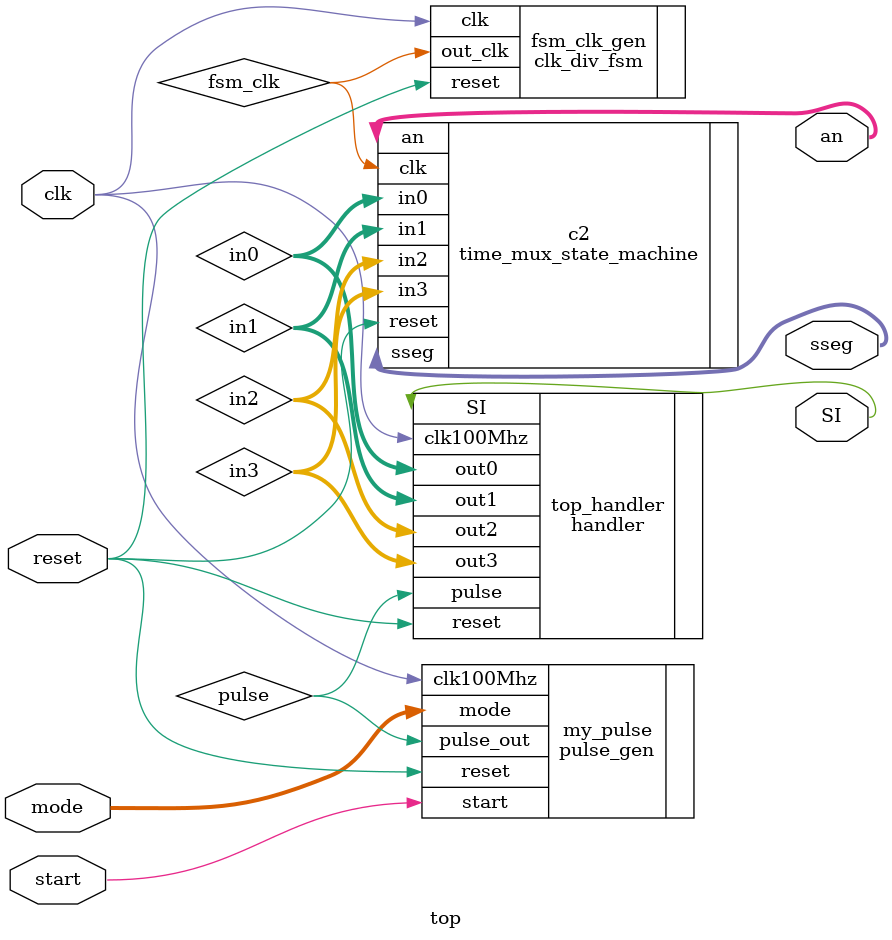
<source format=v>
`timescale 1ns / 1ps

module top(clk, mode, reset, start,
           SI, an, sseg
    );
    
    input clk;
    input[1:0] mode;
    input reset;
    input start;
    output SI;
    output [3:0] an;
    output [7:0] sseg;
    
    wire pulse;
    wire fsm_clk;
    wire [6:0] in0, in1, in2, in3;
    
    pulse_gen my_pulse(.clk100Mhz(clk), .mode(mode), .reset(reset), .start(start), .pulse_out(pulse));
    clk_div_fsm fsm_clk_gen(.clk(clk), .reset(reset), .out_clk(fsm_clk));
    
    handler top_handler(.clk100Mhz(clk), .pulse(pulse), .reset(reset), .out0(in0), .out1(in1),
                        .out2(in2), .out3(in3), .SI(SI));    
                        
    time_mux_state_machine c2 ( // display sseg outputs on fpga board
    .clk(fsm_clk),
    .reset(reset),
    .in0(in0),
    .in1(in1),
    .in2(in2),
    .in3(in3),
    .an(an),
    .sseg(sseg)
    );  
endmodule

</source>
